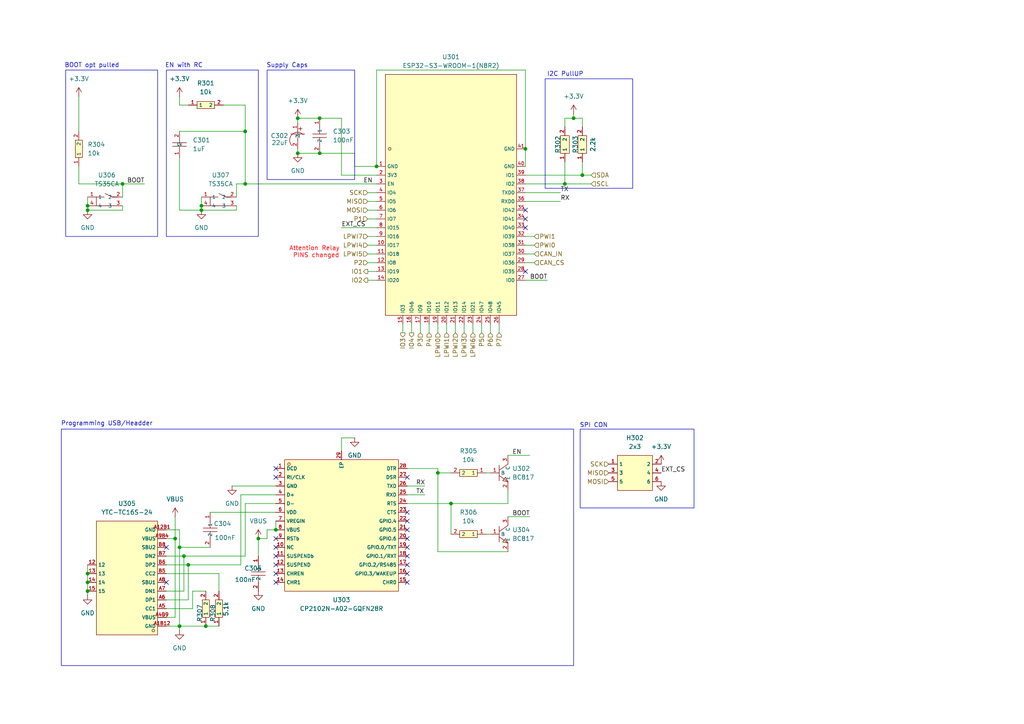
<source format=kicad_sch>
(kicad_sch (version 20231120) (generator "eeschema") (generator_version "8.0")
  (paper "A4")
  (lib_symbols
    (symbol "AC0603DR-072K2L:AC0603DR-072K2L"
      (property "Reference" "R" (at 0 1.27 0))
      (property "Value" "AC0603DR-072K2L" (at 0 -2.54 0))
      (symbol "AC0603DR-072K2L_0_1"
        (rectangle (start -2.54 1.27) (end 2.54 -1.27) (fill (type background)))
        (pin unspecified line (at -5.08 0 0) (length 2.54) (name "1") (number "1"))
        (pin unspecified line (at 5.08 0 180) (length 2.54) (name "2") (number "2"))
      )
    )
    (symbol "BC817K-16VL:BC817K-16VL"
      (property "Reference" "U" (at 0 1.27 0))
      (property "Value" "BC817K-16VL" (at 0 -2.54 0))
      (symbol "BC817K-16VL_0_1"
        (polyline (pts (xy 0 -0.762) (xy 2.54 -2.54)))
        (polyline (pts (xy 0 2.286) (xy 0 -2.286)))
        (polyline (pts (xy 2.54 2.54) (xy 2.54 2.54) (xy 0 0.762)))
        (polyline (pts (xy 2.54 -2.54) (xy 1.778 -1.27) (xy 1.016 -2.286) (xy 2.54 -2.54)) (fill (type background)))
        (pin input line (at -2.54 0 0) (length 2.54) (name "B") (number "1"))
        (pin input line (at 2.54 -5.08 90) (length 2.54) (name "E") (number "2"))
        (pin input line (at 2.54 5.08 270) (length 2.54) (name "C") (number "3"))
      )
    )
    (symbol "CC0603KRX7R9BB104:CC0603KRX7R9BB104"
      (property "Reference" "C" (at 0 1.27 0))
      (property "Value" "CC0603KRX7R9BB104" (at 0 -2.54 0))
      (symbol "CC0603KRX7R9BB104_0_1"
        (polyline (pts (xy -0.508 -2.032) (xy -0.508 2.032)))
        (polyline (pts (xy -0.508 0) (xy -2.54 0)))
        (polyline (pts (xy 0.508 2.032) (xy 0.508 -2.032)))
        (polyline (pts (xy 2.54 0) (xy 0.508 0)))
        (pin unspecified line (at -5.08 0 0) (length 2.54) (name "1") (number "1"))
        (pin unspecified line (at 5.08 0 180) (length 2.54) (name "2") (number "2"))
      )
    )
    (symbol "CL21B105KBFNNNE:CL21B105KBFNNNE"
      (property "Reference" "C" (at 0 1.27 0))
      (property "Value" "CL21B105KBFNNNE" (at 0 -2.54 0))
      (symbol "CL21B105KBFNNNE_0_1"
        (polyline (pts (xy -1.27 0) (xy -0.508 0)))
        (polyline (pts (xy -0.508 2.032) (xy -0.508 -2.032)))
        (polyline (pts (xy 0.508 0) (xy 1.27 0)))
        (polyline (pts (xy 0.508 2.032) (xy 0.508 -2.032)))
        (pin input line (at -3.81 0 0) (length 2.54) (name "1") (number "1"))
        (pin input line (at 3.81 0 180) (length 2.54) (name "2") (number "2"))
      )
    )
    (symbol "CP2102N-A02-GQFN28R:CP2102N-A02-GQFN28R"
      (property "Reference" "U" (at 0 1.27 0))
      (property "Value" "CP2102N-A02-GQFN28R" (at 0 -2.54 0))
      (symbol "CP2102N-A02-GQFN28R_0_1"
        (rectangle (start -16.51 19.05) (end 16.51 -19.05) (fill (type background)))
        (circle (center -15.24 17.78) (radius 0.381) (fill (type background)))
        (pin unspecified line (at -19.05 16.51 0) (length 2.54) (name "DCD") (number "1"))
        (pin unspecified line (at -19.05 -6.35 0) (length 2.54) (name "NC") (number "10"))
        (pin unspecified line (at -19.05 -8.89 0) (length 2.54) (name "SUSPENDb") (number "11"))
        (pin unspecified line (at -19.05 -11.43 0) (length 2.54) (name "SUSPEND") (number "12"))
        (pin unspecified line (at -19.05 -13.97 0) (length 2.54) (name "CHREN") (number "13"))
        (pin unspecified line (at -19.05 -16.51 0) (length 2.54) (name "CHR1") (number "14"))
        (pin unspecified line (at 19.05 -16.51 180) (length 2.54) (name "CHR0") (number "15"))
        (pin unspecified line (at 19.05 -13.97 180) (length 2.54) (name "GPIO.3/WAKEUP") (number "16"))
        (pin unspecified line (at 19.05 -11.43 180) (length 2.54) (name "GPIO.2/RS485") (number "17"))
        (pin unspecified line (at 19.05 -8.89 180) (length 2.54) (name "GPIO.1/RXT") (number "18"))
        (pin unspecified line (at 19.05 -6.35 180) (length 2.54) (name "GPIO.0/TXT") (number "19"))
        (pin unspecified line (at -19.05 13.97 0) (length 2.54) (name "RI/CLK") (number "2"))
        (pin unspecified line (at 19.05 -3.81 180) (length 2.54) (name "GPIO.6") (number "20"))
        (pin unspecified line (at 19.05 -1.27 180) (length 2.54) (name "GPIO.5") (number "21"))
        (pin unspecified line (at 19.05 1.27 180) (length 2.54) (name "GPIO.4") (number "22"))
        (pin unspecified line (at 19.05 3.81 180) (length 2.54) (name "CTS") (number "23"))
        (pin unspecified line (at 19.05 6.35 180) (length 2.54) (name "RTS") (number "24"))
        (pin unspecified line (at 19.05 8.89 180) (length 2.54) (name "RXD") (number "25"))
        (pin unspecified line (at 19.05 11.43 180) (length 2.54) (name "TXD") (number "26"))
        (pin unspecified line (at 19.05 13.97 180) (length 2.54) (name "DSR") (number "27"))
        (pin unspecified line (at 19.05 16.51 180) (length 2.54) (name "DTR") (number "28"))
        (pin unspecified line (at 0 21.59 270) (length 2.54) (name "EP") (number "29"))
        (pin unspecified line (at -19.05 11.43 0) (length 2.54) (name "GND") (number "3"))
        (pin unspecified line (at -19.05 8.89 0) (length 2.54) (name "D+") (number "4"))
        (pin unspecified line (at -19.05 6.35 0) (length 2.54) (name "D-") (number "5"))
        (pin unspecified line (at -19.05 3.81 0) (length 2.54) (name "VDD") (number "6"))
        (pin unspecified line (at -19.05 1.27 0) (length 2.54) (name "VREGIN") (number "7"))
        (pin unspecified line (at -19.05 -1.27 0) (length 2.54) (name "VBUS") (number "8"))
        (pin unspecified line (at -19.05 -3.81 0) (length 2.54) (name "RSTb") (number "9"))
      )
    )
    (symbol "ESP32-S3-WROOM-1(N8R2):ESP32-S3-WROOM-1(N8R2)"
      (property "Reference" "U" (at 0 1.27 0))
      (property "Value" "ESP32-S3-WROOM-1(N8R2)" (at 0 -2.54 0))
      (symbol "ESP32-S3-WROOM-1(N8R2)_0_1"
        (rectangle (start -20.32 36.8301) (end 17.78 -33.0201) (fill (type background)))
        (circle (center -19.05 15.24) (radius 0.381) (fill (type background)))
        (pin unspecified line (at -22.86 10.16 0) (length 2.54) (name "GND") (number "1"))
        (pin unspecified line (at -22.86 -12.7 0) (length 2.54) (name "IO17") (number "10"))
        (pin unspecified line (at -22.86 -15.24 0) (length 2.54) (name "IO18") (number "11"))
        (pin unspecified line (at -22.86 -17.78 0) (length 2.54) (name "IO8") (number "12"))
        (pin unspecified line (at -22.86 -20.32 0) (length 2.54) (name "IO19") (number "13"))
        (pin unspecified line (at -22.86 -22.86 0) (length 2.54) (name "IO20") (number "14"))
        (pin unspecified line (at -15.24 -35.56 90) (length 2.54) (name "IO3") (number "15"))
        (pin unspecified line (at -12.7 -35.56 90) (length 2.54) (name "IO46") (number "16"))
        (pin unspecified line (at -10.16 -35.56 90) (length 2.54) (name "IO9") (number "17"))
        (pin unspecified line (at -7.62 -35.56 90) (length 2.54) (name "IO10") (number "18"))
        (pin unspecified line (at -5.08 -35.56 90) (length 2.54) (name "IO11") (number "19"))
        (pin unspecified line (at -22.86 7.62 0) (length 2.54) (name "3V3") (number "2"))
        (pin unspecified line (at -2.54 -35.56 90) (length 2.54) (name "IO12") (number "20"))
        (pin unspecified line (at 0 -35.56 90) (length 2.54) (name "IO13") (number "21"))
        (pin unspecified line (at 2.54 -35.56 90) (length 2.54) (name "IO14") (number "22"))
        (pin unspecified line (at 5.08 -35.56 90) (length 2.54) (name "IO21") (number "23"))
        (pin unspecified line (at 7.62 -35.56 90) (length 2.54) (name "IO47") (number "24"))
        (pin unspecified line (at 10.16 -35.56 90) (length 2.54) (name "IO48") (number "25"))
        (pin unspecified line (at 12.7 -35.56 90) (length 2.54) (name "IO45") (number "26"))
        (pin unspecified line (at 20.32 -22.86 180) (length 2.54) (name "IO0") (number "27"))
        (pin unspecified line (at 20.32 -20.32 180) (length 2.54) (name "IO35") (number "28"))
        (pin unspecified line (at 20.32 -17.78 180) (length 2.54) (name "IO36") (number "29"))
        (pin unspecified line (at -22.86 5.08 0) (length 2.54) (name "EN") (number "3"))
        (pin unspecified line (at 20.32 -15.24 180) (length 2.54) (name "IO37") (number "30"))
        (pin unspecified line (at 20.32 -12.7 180) (length 2.54) (name "IO38") (number "31"))
        (pin unspecified line (at 20.32 -10.16 180) (length 2.54) (name "IO39") (number "32"))
        (pin unspecified line (at 20.32 -7.62 180) (length 2.54) (name "IO40") (number "33"))
        (pin unspecified line (at 20.32 -5.08 180) (length 2.54) (name "IO41") (number "34"))
        (pin unspecified line (at 20.32 -2.54 180) (length 2.54) (name "IO42") (number "35"))
        (pin unspecified line (at 20.32 0 180) (length 2.54) (name "RXD0") (number "36"))
        (pin unspecified line (at 20.32 2.54 180) (length 2.54) (name "TXD0") (number "37"))
        (pin unspecified line (at 20.32 5.08 180) (length 2.54) (name "IO2") (number "38"))
        (pin unspecified line (at 20.32 7.62 180) (length 2.54) (name "IO1") (number "39"))
        (pin unspecified line (at -22.86 2.54 0) (length 2.54) (name "IO4") (number "4"))
        (pin unspecified line (at 20.32 10.16 180) (length 2.54) (name "GND") (number "40"))
        (pin unspecified line (at 20.32 15.24 180) (length 2.54) (name "GND") (number "41"))
        (pin unspecified line (at -22.86 0 0) (length 2.54) (name "IO5") (number "5"))
        (pin unspecified line (at -22.86 -2.54 0) (length 2.54) (name "IO6") (number "6"))
        (pin unspecified line (at -22.86 -5.08 0) (length 2.54) (name "IO7") (number "7"))
        (pin unspecified line (at -22.86 -7.62 0) (length 2.54) (name "IO15") (number "8"))
        (pin unspecified line (at -22.86 -10.16 0) (length 2.54) (name "IO16") (number "9"))
      )
    )
    (symbol "Header-Male-2_54_2x3:Header-Male-2_54_2x3"
      (property "Reference" "H" (at 0 1.27 0))
      (property "Value" "Header-Male-2_54_2x3" (at 0 -2.54 0))
      (symbol "Header-Male-2_54_2x3_0_1"
        (rectangle (start -5.08 5.08) (end 5.08 -5.08) (fill (type background)))
        (pin input line (at -7.62 2.54 0) (length 2.54) (name "1") (number "1"))
        (pin input line (at 7.62 2.54 180) (length 2.54) (name "2") (number "2"))
        (pin input line (at -7.62 0 0) (length 2.54) (name "3") (number "3"))
        (pin input line (at 7.62 0 180) (length 2.54) (name "4") (number "4"))
        (pin input line (at -7.62 -2.54 0) (length 2.54) (name "5") (number "5"))
        (pin input line (at 7.62 -2.54 180) (length 2.54) (name "6") (number "6"))
      )
    )
    (symbol "RC0603FR-0710KL:RC0603FR-0710KL"
      (property "Reference" "R" (at 0 1.27 0))
      (property "Value" "RC0603FR-0710KL" (at 0 -2.54 0))
      (symbol "RC0603FR-0710KL_0_1"
        (rectangle (start -2.54 1.016) (end 2.54 -1.016) (fill (type background)))
        (pin input line (at -5.08 0 0) (length 2.54) (name "1") (number "1"))
        (pin input line (at 5.08 0 180) (length 2.54) (name "2") (number "2"))
      )
    )
    (symbol "RN73H1JTTD5101B25:RN73H1JTTD5101B25"
      (property "Reference" "R" (at 0 1.27 0))
      (property "Value" "RN73H1JTTD5101B25" (at 0 -2.54 0))
      (symbol "RN73H1JTTD5101B25_0_1"
        (rectangle (start -2.54 1.016) (end 2.54 -1.016) (fill (type background)))
        (pin unspecified line (at -5.08 0 0) (length 2.54) (name "1") (number "1"))
        (pin unspecified line (at 5.08 0 180) (length 2.54) (name "2") (number "2"))
      )
    )
    (symbol "RVE1C220M0405:RVE1C220M0405"
      (property "Reference" "C" (at 0 1.27 0))
      (property "Value" "RVE1C220M0405" (at 0 -2.54 0))
      (symbol "RVE1C220M0405_0_1"
        (arc (start -0.3244 1.5819) (mid -0.376 -1.6503) (end 2.8565 -1.7023))
        (polyline (pts (xy -2.54 0.762) (xy -1.524 0.762)))
        (polyline (pts (xy -2.032 1.27) (xy -2.032 0.254)))
        (polyline (pts (xy -1.27 0) (xy -0.508 0)))
        (polyline (pts (xy -0.508 2.032) (xy -0.508 -2.032)))
        (polyline (pts (xy 0.508 0) (xy 1.27 0)))
        (pin input line (at -3.81 0 0) (length 2.54) (name "1") (number "1"))
        (pin input line (at 3.81 0 180) (length 2.54) (name "2") (number "2"))
      )
    )
    (symbol "TS35CA:TS35CA"
      (property "Reference" "U" (at 0 1.27 0))
      (property "Value" "TS35CA" (at 0 -2.54 0))
      (symbol "TS35CA_0_1"
        (polyline (pts (xy -2.54 -2.54) (xy 2.54 -2.54)))
        (polyline (pts (xy 2.032 0) (xy 2.54 0)))
        (polyline (pts (xy 3.556 0) (xy 2.032 0) (xy 0 1.016)))
        (polyline (pts (xy -2.54 0) (xy -2.54 -2.54) (xy -2.54 0) (xy -0.254 0)))
        (pin unspecified line (at -5.08 0 0) (length 2.54) (name "1") (number "1"))
        (pin unspecified line (at 5.08 0 180) (length 2.54) (name "2") (number "2"))
        (pin unspecified line (at 5.08 -2.54 180) (length 2.54) (name "3") (number "3"))
        (pin unspecified line (at -5.08 -2.54 0) (length 2.54) (name "4") (number "4"))
      )
    )
    (symbol "YTC-TC16S-24:YTC-TC16S-24"
      (property "Reference" "U" (at 0 1.27 0))
      (property "Value" "YTC-TC16S-24" (at 0 -2.54 0))
      (symbol "YTC-TC16S-24_0_1"
        (rectangle (start -8.89 16.51) (end 8.89 -16.51) (fill (type background)))
        (circle (center -7.62 15.24) (radius 0.381) (fill (type background)))
        (pin unspecified line (at 11.43 -3.81 180) (length 2.54) (name "12") (number "12"))
        (pin unspecified line (at 11.43 -1.27 180) (length 2.54) (name "13") (number "13"))
        (pin unspecified line (at 11.43 1.27 180) (length 2.54) (name "14") (number "14"))
        (pin unspecified line (at 11.43 3.81 180) (length 2.54) (name "15") (number "15"))
        (pin unspecified line (at -11.43 -13.97 0) (length 2.54) (name "GND") (number "A12B1"))
        (pin unspecified line (at -11.43 13.97 0) (length 2.54) (name "GND") (number "A1B12"))
        (pin unspecified line (at -11.43 11.43 0) (length 2.54) (name "VBUS") (number "A4B9"))
        (pin unspecified line (at -11.43 8.89 0) (length 2.54) (name "CC1") (number "A5"))
        (pin unspecified line (at -11.43 6.35 0) (length 2.54) (name "DP1") (number "A6"))
        (pin unspecified line (at -11.43 3.81 0) (length 2.54) (name "DN1") (number "A7"))
        (pin unspecified line (at -11.43 1.27 0) (length 2.54) (name "SBU1") (number "A8"))
        (pin unspecified line (at -11.43 -11.43 0) (length 2.54) (name "VBUS") (number "A9B4"))
        (pin unspecified line (at -11.43 -1.27 0) (length 2.54) (name "CC2") (number "B5"))
        (pin unspecified line (at -11.43 -3.81 0) (length 2.54) (name "DP2") (number "B6"))
        (pin unspecified line (at -11.43 -6.35 0) (length 2.54) (name "DN2") (number "B7"))
        (pin unspecified line (at -11.43 -8.89 0) (length 2.54) (name "SBU2") (number "B8"))
      )
    )
    (symbol "power:+3.3V" (power) (pin_numbers hide) (pin_names (offset 0) hide)
      (property "Value" "+3.3V" (at 0 3.556 0))
      (symbol "+3.3V_0_1"
        (polyline (pts (xy -0.762 1.27) (xy 0 2.54)))
        (polyline (pts (xy 0 0) (xy 0 2.54)))
        (polyline (pts (xy 0 2.54) (xy 0.762 1.27)))
      )
      (symbol "+3.3V_1_1"
        (pin power_in line (at 0 0 90) (length 0) (name "~") (number "1"))
      )
    )
    (symbol "power:GND" (power) (pin_numbers hide) (pin_names (offset 0) hide)
      (property "Value" "GND" (at 0 -3.81 0))
      (symbol "GND_0_1"
        (polyline (pts (xy 0 0) (xy 0 -1.27) (xy 1.27 -1.27) (xy 0 -2.54) (xy -1.27 -1.27) (xy 0 -1.27)))
      )
      (symbol "GND_1_1"
        (pin power_in line (at 0 0 270) (length 0) (name "~") (number "1"))
      )
    )
    (symbol "power:VBUS" (power) (pin_numbers hide) (pin_names (offset 0) hide)
      (property "Value" "VBUS" (at 0 3.556 0))
      (symbol "VBUS_0_1"
        (polyline (pts (xy -0.762 1.27) (xy 0 2.54)))
        (polyline (pts (xy 0 0) (xy 0 2.54)))
        (polyline (pts (xy 0 2.54) (xy 0.762 1.27)))
      )
      (symbol "VBUS_1_1"
        (pin power_in line (at 0 0 90) (length 0) (name "~") (number "1"))
      )
    )
  )
  (junction (at 50.8 156.21))
  (junction (at 25.4 168.91))
  (junction (at 168.91 50.8))
  (junction (at 58.42 60.96))
  (junction (at 86.36 34.29))
  (junction (at 71.12 53.34))
  (junction (at 80.01 153.67))
  (junction (at 71.12 38.1))
  (junction (at 127 137.16))
  (junction (at 25.4 171.45))
  (junction (at 25.4 166.37))
  (junction (at 166.37 34.29))
  (junction (at 54.61 163.83))
  (junction (at 163.83 53.34))
  (junction (at 52.07 181.61))
  (junction (at 53.34 161.29))
  (junction (at 130.81 146.05))
  (junction (at 25.4 59.69))
  (junction (at 58.42 59.69))
  (junction (at 74.93 156.21))
  (junction (at 92.71 44.45))
  (junction (at 152.4 43.18))
  (junction (at 35.56 53.34))
  (junction (at 59.69 181.61))
  (junction (at 86.36 44.45))
  (junction (at 109.22 48.26))
  (junction (at 92.71 34.29))
  (junction (at 25.4 60.96))
  (junction (at 52.07 158.75))
  (no_connect (at 152.4 66.04))
  (no_connect (at 48.26 168.91))
  (no_connect (at 80.01 163.83))
  (no_connect (at 152.4 63.5))
  (no_connect (at 118.11 166.37))
  (no_connect (at 118.11 161.29))
  (no_connect (at 80.01 168.91))
  (no_connect (at 80.01 135.89))
  (no_connect (at 118.11 148.59))
  (no_connect (at 80.01 158.75))
  (no_connect (at 118.11 153.67))
  (no_connect (at 80.01 138.43))
  (no_connect (at 118.11 156.21))
  (no_connect (at 152.4 78.74))
  (no_connect (at 48.26 158.75))
  (no_connect (at 80.01 166.37))
  (no_connect (at 152.4 60.96))
  (no_connect (at 118.11 158.75))
  (no_connect (at 80.01 161.29))
  (no_connect (at 118.11 151.13))
  (no_connect (at 118.11 138.43))
  (no_connect (at 118.11 168.91))
  (no_connect (at 80.01 156.21))
  (no_connect (at 118.11 163.83))
  (wire (pts (xy 127 93.98) (xy 127 96.52)))
  (wire (pts (xy 22.86 53.34) (xy 35.56 53.34)))
  (wire (pts (xy 68.58 53.34) (xy 71.12 53.34)))
  (wire (pts (xy 35.56 60.96) (xy 35.56 59.69)))
  (wire (pts (xy 102.87 127) (xy 99.06 127)))
  (wire (pts (xy 22.86 48.26) (xy 22.86 53.34)))
  (wire (pts (xy 127 135.89) (xy 127 137.16)))
  (wire (pts (xy 118.11 143.51) (xy 123.19 143.51)))
  (wire (pts (xy 86.36 34.29) (xy 92.71 34.29)))
  (wire (pts (xy 25.4 60.96) (xy 35.56 60.96)))
  (wire (pts (xy 74.93 161.29) (xy 74.93 156.21)))
  (wire (pts (xy 71.12 53.34) (xy 109.22 53.34)))
  (wire (pts (xy 35.56 53.34) (xy 35.56 57.15)))
  (wire (pts (xy 50.8 149.86) (xy 50.8 156.21)))
  (wire (pts (xy 80.01 143.51) (xy 69.85 143.51)))
  (wire (pts (xy 92.71 44.45) (xy 102.87 44.45)))
  (wire (pts (xy 54.61 173.99) (xy 48.26 173.99)))
  (wire (pts (xy 92.71 44.45) (xy 86.36 44.45)))
  (wire (pts (xy 166.37 34.29) (xy 168.91 34.29)))
  (wire (pts (xy 152.4 43.18) (xy 152.4 48.26)))
  (wire (pts (xy 48.26 181.61) (xy 52.07 181.61)))
  (wire (pts (xy 99.06 66.04) (xy 109.22 66.04)))
  (wire (pts (xy 102.87 48.26) (xy 109.22 48.26)))
  (wire (pts (xy 25.4 166.37) (xy 25.4 168.91)))
  (wire (pts (xy 147.32 132.08) (xy 153.67 132.08)))
  (wire (pts (xy 68.58 60.96) (xy 68.58 59.69)))
  (wire (pts (xy 119.38 96.52) (xy 119.38 93.98)))
  (wire (pts (xy 152.4 20.32) (xy 109.22 20.32)))
  (wire (pts (xy 54.61 163.83) (xy 54.61 173.99)))
  (wire (pts (xy 48.26 166.37) (xy 63.5 166.37)))
  (wire (pts (xy 139.7 93.98) (xy 139.7 96.52)))
  (wire (pts (xy 134.62 93.98) (xy 134.62 96.52)))
  (wire (pts (xy 99.06 34.29) (xy 99.06 50.8)))
  (wire (pts (xy 35.56 53.34) (xy 41.91 53.34)))
  (wire (pts (xy 55.88 171.45) (xy 55.88 176.53)))
  (wire (pts (xy 50.8 156.21) (xy 50.8 179.07)))
  (wire (pts (xy 129.54 93.98) (xy 129.54 96.52)))
  (wire (pts (xy 86.36 34.29) (xy 86.36 35.56)))
  (wire (pts (xy 86.36 43.18) (xy 86.36 44.45)))
  (wire (pts (xy 99.06 50.8) (xy 109.22 50.8)))
  (wire (pts (xy 48.26 161.29) (xy 53.34 161.29)))
  (wire (pts (xy 54.61 163.83) (xy 69.85 163.83)))
  (wire (pts (xy 25.4 59.69) (xy 25.4 60.96)))
  (wire (pts (xy 168.91 34.29) (xy 168.91 36.83)))
  (wire (pts (xy 171.45 53.34) (xy 163.83 53.34)))
  (wire (pts (xy 60.96 148.59) (xy 80.01 148.59)))
  (wire (pts (xy 163.83 34.29) (xy 166.37 34.29)))
  (wire (pts (xy 137.16 93.98) (xy 137.16 96.52)))
  (wire (pts (xy 106.68 68.58) (xy 109.22 68.58)))
  (wire (pts (xy 127 137.16) (xy 127 160.02)))
  (wire (pts (xy 166.37 33.02) (xy 166.37 34.29)))
  (wire (pts (xy 118.11 146.05) (xy 130.81 146.05)))
  (wire (pts (xy 152.4 68.58) (xy 154.94 68.58)))
  (wire (pts (xy 77.47 156.21) (xy 77.47 153.67)))
  (wire (pts (xy 147.32 149.86) (xy 153.67 149.86)))
  (wire (pts (xy 68.58 53.34) (xy 68.58 57.15)))
  (wire (pts (xy 106.68 73.66) (xy 109.22 73.66)))
  (wire (pts (xy 142.24 93.98) (xy 142.24 96.52)))
  (wire (pts (xy 144.78 93.98) (xy 144.78 96.52)))
  (wire (pts (xy 74.93 156.21) (xy 77.47 156.21)))
  (wire (pts (xy 121.92 96.52) (xy 121.92 93.98)))
  (wire (pts (xy 99.06 127) (xy 99.06 130.81)))
  (wire (pts (xy 127 160.02) (xy 147.32 160.02)))
  (wire (pts (xy 152.4 55.88) (xy 162.56 55.88)))
  (wire (pts (xy 58.42 57.15) (xy 58.42 59.69)))
  (wire (pts (xy 25.4 57.15) (xy 25.4 59.69)))
  (wire (pts (xy 132.08 93.98) (xy 132.08 96.52)))
  (wire (pts (xy 147.32 146.05) (xy 147.32 142.24)))
  (wire (pts (xy 67.31 140.97) (xy 80.01 140.97)))
  (wire (pts (xy 106.68 60.96) (xy 109.22 60.96)))
  (wire (pts (xy 71.12 161.29) (xy 71.12 146.05)))
  (wire (pts (xy 152.4 76.2) (xy 154.94 76.2)))
  (wire (pts (xy 163.83 46.99) (xy 163.83 53.34)))
  (wire (pts (xy 80.01 151.13) (xy 80.01 153.67)))
  (wire (pts (xy 116.84 96.52) (xy 116.84 93.98)))
  (wire (pts (xy 55.88 176.53) (xy 48.26 176.53)))
  (wire (pts (xy 106.68 78.74) (xy 109.22 78.74)))
  (wire (pts (xy 152.4 58.42) (xy 162.56 58.42)))
  (wire (pts (xy 48.26 179.07) (xy 50.8 179.07)))
  (wire (pts (xy 152.4 81.28) (xy 158.75 81.28)))
  (wire (pts (xy 52.07 181.61) (xy 59.69 181.61)))
  (wire (pts (xy 140.97 137.16) (xy 142.24 137.16)))
  (wire (pts (xy 130.81 154.94) (xy 130.81 146.05)))
  (wire (pts (xy 52.07 181.61) (xy 52.07 182.88)))
  (wire (pts (xy 92.71 34.29) (xy 99.06 34.29)))
  (wire (pts (xy 106.68 63.5) (xy 109.22 63.5)))
  (wire (pts (xy 22.86 27.94) (xy 22.86 38.1)))
  (wire (pts (xy 59.69 181.61) (xy 63.5 181.61)))
  (wire (pts (xy 118.11 140.97) (xy 123.19 140.97)))
  (wire (pts (xy 48.26 156.21) (xy 50.8 156.21)))
  (wire (pts (xy 130.81 137.16) (xy 127 137.16)))
  (wire (pts (xy 106.68 71.12) (xy 109.22 71.12)))
  (wire (pts (xy 58.42 59.69) (xy 58.42 60.96)))
  (wire (pts (xy 71.12 38.1) (xy 71.12 53.34)))
  (wire (pts (xy 152.4 73.66) (xy 154.94 73.66)))
  (wire (pts (xy 102.87 44.45) (xy 102.87 48.26)))
  (wire (pts (xy 25.4 163.83) (xy 25.4 166.37)))
  (wire (pts (xy 106.68 81.28) (xy 109.22 81.28)))
  (wire (pts (xy 52.07 158.75) (xy 52.07 181.61)))
  (wire (pts (xy 106.68 55.88) (xy 109.22 55.88)))
  (wire (pts (xy 48.26 163.83) (xy 54.61 163.83)))
  (wire (pts (xy 71.12 146.05) (xy 80.01 146.05)))
  (wire (pts (xy 168.91 50.8) (xy 152.4 50.8)))
  (wire (pts (xy 52.07 27.94) (xy 52.07 30.48)))
  (wire (pts (xy 64.77 30.48) (xy 71.12 30.48)))
  (wire (pts (xy 106.68 76.2) (xy 109.22 76.2)))
  (wire (pts (xy 52.07 153.67) (xy 52.07 158.75)))
  (wire (pts (xy 69.85 143.51) (xy 69.85 163.83)))
  (wire (pts (xy 53.34 161.29) (xy 71.12 161.29)))
  (wire (pts (xy 48.26 153.67) (xy 52.07 153.67)))
  (wire (pts (xy 53.34 171.45) (xy 53.34 161.29)))
  (wire (pts (xy 106.68 58.42) (xy 109.22 58.42)))
  (wire (pts (xy 52.07 45.72) (xy 52.07 60.96)))
  (wire (pts (xy 168.91 46.99) (xy 168.91 50.8)))
  (wire (pts (xy 163.83 53.34) (xy 152.4 53.34)))
  (wire (pts (xy 154.94 71.12) (xy 152.4 71.12)))
  (wire (pts (xy 118.11 135.89) (xy 127 135.89)))
  (wire (pts (xy 52.07 30.48) (xy 54.61 30.48)))
  (wire (pts (xy 58.42 60.96) (xy 68.58 60.96)))
  (wire (pts (xy 140.97 154.94) (xy 142.24 154.94)))
  (wire (pts (xy 63.5 171.45) (xy 63.5 166.37)))
  (wire (pts (xy 124.46 93.98) (xy 124.46 96.52)))
  (wire (pts (xy 71.12 30.48) (xy 71.12 38.1)))
  (wire (pts (xy 48.26 171.45) (xy 53.34 171.45)))
  (wire (pts (xy 163.83 36.83) (xy 163.83 34.29)))
  (wire (pts (xy 52.07 38.1) (xy 71.12 38.1)))
  (wire (pts (xy 25.4 171.45) (xy 25.4 172.72)))
  (wire (pts (xy 77.47 153.67) (xy 80.01 153.67)))
  (wire (pts (xy 52.07 158.75) (xy 60.96 158.75)))
  (wire (pts (xy 130.81 146.05) (xy 147.32 146.05)))
  (wire (pts (xy 109.22 20.32) (xy 109.22 48.26)))
  (wire (pts (xy 171.45 50.8) (xy 168.91 50.8)))
  (wire (pts (xy 59.69 171.45) (xy 55.88 171.45)))
  (wire (pts (xy 152.4 43.18) (xy 152.4 20.32)))
  (wire (pts (xy 25.4 168.91) (xy 25.4 171.45)))
  (wire (pts (xy 52.07 60.96) (xy 58.42 60.96)))
  (rectangle (start 77.47 20.32) (end 102.87 52.07))
  (rectangle (start 48.26 20.32) (end 74.93 68.58))
  (rectangle (start 17.78 124.46) (end 166.37 193.04))
  (rectangle (start 158.115 22.86) (end 183.515 54.61))
  (rectangle (start 19.05 20.32) (end 45.72 68.58))
  (rectangle (start 168.275 124.46) (end 201.295 147.32))
  (text "EN with RC \n" (at 53.848 19.05 0) (effects (font (size 1.27 1.27))))
  (text "Programming USB/Headder\n" (at 30.988 122.936 0) (effects (font (size 1.27 1.27))))
  (text "I2C PullUP" (at 163.957 21.59 0) (effects (font (size 1.27 1.27))))
  (text "Supply Caps\n" (at 83.312 19.05 0) (effects (font (size 1.27 1.27))))
  (text "SPI CON" (at 172.212 123.444 0) (effects (font (size 1.27 1.27))))
  (text "Attention Relay \nPINS changed" (at 91.694 73.152 0) (effects (font (size 1.27 1.27))))
  (text "BOOT opt pulled\n \n" (at 26.67 20.066 0) (effects (font (size 1.27 1.27))))
  (label "EN" (at 148.59 132.08 0))
  (label "RX" (at 162.56 58.42 0))
  (label "BOOT" (at 153.67 81.28 0))
  (label "TX" (at 120.65 143.51 0))
  (label "EXT_CS" (at 191.77 137.16 0))
  (label "BOOT" (at 148.59 149.86 0))
  (label "TX" (at 162.56 55.88 0))
  (label "BOOT" (at 36.83 53.34 0))
  (label "RX" (at 120.65 140.97 0))
  (label "EXT_CS" (at 99.06 66.04 0))
  (label "EN" (at 105.41 53.34 0))
  (hierarchical_label "LPWI1" (shape input) (at 129.54 96.52 270))
  (hierarchical_label "SDA" (shape input) (at 171.45 50.8 0))
  (hierarchical_label "LPWI0" (shape input) (at 127 96.52 270))
  (hierarchical_label "LPWI4" (shape input) (at 106.68 71.12 180))
  (hierarchical_label "MOSI" (shape input) (at 176.53 139.7 180))
  (hierarchical_label "LPWI6" (shape input) (at 137.16 96.52 270))
  (hierarchical_label "CAN_IN" (shape input) (at 154.94 73.66 0))
  (hierarchical_label "P5" (shape input) (at 139.7 96.52 270))
  (hierarchical_label "P7" (shape input) (at 144.78 96.52 270))
  (hierarchical_label "SCK" (shape input) (at 106.68 55.88 180))
  (hierarchical_label "LPWI3" (shape input) (at 134.62 96.52 270))
  (hierarchical_label "P6" (shape input) (at 142.24 96.52 270))
  (hierarchical_label "IO1" (shape output) (at 106.68 78.74 180))
  (hierarchical_label "SCL" (shape input) (at 171.45 53.34 0))
  (hierarchical_label "PWI1" (shape input) (at 154.94 68.58 0))
  (hierarchical_label "LPWI7" (shape input) (at 106.68 68.58 180))
  (hierarchical_label "P4" (shape input) (at 124.46 96.52 270))
  (hierarchical_label "PWI0" (shape input) (at 154.94 71.12 0))
  (hierarchical_label "IO4" (shape output) (at 119.38 96.52 270))
  (hierarchical_label "SCK" (shape input) (at 176.53 134.62 180))
  (hierarchical_label "IO3" (shape output) (at 116.84 96.52 270))
  (hierarchical_label "LPWI2" (shape input) (at 132.08 96.52 270))
  (hierarchical_label "MISO" (shape input) (at 106.68 58.42 180))
  (hierarchical_label "MOSI" (shape input) (at 106.68 60.96 180))
  (hierarchical_label "P3" (shape input) (at 121.92 96.52 270))
  (hierarchical_label "P2" (shape input) (at 106.68 76.2 180))
  (hierarchical_label "CAN_CS" (shape input) (at 154.94 76.2 0))
  (hierarchical_label "LPWI5" (shape input) (at 106.68 73.66 180))
  (hierarchical_label "P1" (shape input) (at 106.68 63.5 180))
  (hierarchical_label "IO2" (shape output) (at 106.68 81.28 180))
  (hierarchical_label "MISO" (shape input) (at 176.53 137.16 180))
  (symbol (lib_id "power:GND") (at 86.36 44.45 0) (unit 1)
    (property "Reference" "#PWR0305" (effects (hide yes)))
    (property "Value" "GND" (at 86.36 49.53 0))
    (property "Description" "Power symbol creates a global label with name \"GND\" , ground" (effects (hide yes)))
  )
  (symbol (lib_id "power:GND") (at 52.07 182.88 0) (unit 1)
    (property "Reference" "#PWR0316" (effects (hide yes)))
    (property "Value" "GND" (at 52.07 187.96 0))
    (property "Description" "Power symbol creates a global label with name \"GND\" , ground" (effects (hide yes)))
  )
  (symbol (lib_id "RC0603FR-0710KL:RC0603FR-0710KL") (at 59.69 30.48 0) (unit 1)
    (property "Reference" "R301" (at 59.69 24.13 0))
    (property "Value" "10k" (at 59.69 26.67 0))
    (property "Footprint" "footprint:R0603" (effects (hide yes)))
    (property "Datasheet" "https://www.mouser.in/datasheet/2/447/PYu_RT_1_to_0_01_RoHS_L_11-1669912.pdf" (effects (hide yes)))
    (property "LCSC" "C98220" (effects (hide yes)))
  )
  (symbol (lib_id "power:+3.3V") (at 22.86 27.94 0) (unit 1)
    (property "Reference" "#PWR0301" (effects (hide yes)))
    (property "Value" "+3.3V" (at 22.86 22.86 0))
    (property "Description" "Power symbol creates a global label with name \"+3.3V\"" (effects (hide yes)))
  )
  (symbol (lib_id "power:GND") (at 67.31 140.97 0) (unit 1)
    (property "Reference" "#PWR0310" (effects (hide yes)))
    (property "Value" "GND" (at 67.31 146.05 0))
    (property "Description" "Power symbol creates a global label with name \"GND\" , ground" (effects (hide yes)))
  )
  (symbol (lib_id "RC0603FR-0710KL:RC0603FR-0710KL") (at 135.89 137.16 180) (unit 1)
    (property "Reference" "R305" (at 135.89 130.81 0))
    (property "Value" "10k" (at 135.89 133.35 0))
    (property "Footprint" "footprint:R0603" (effects (hide yes)))
    (property "Datasheet" "https://www.mouser.in/datasheet/2/447/PYu_RT_1_to_0_01_RoHS_L_11-1669912.pdf" (effects (hide yes)))
    (property "LCSC" "C98220" (effects (hide yes)))
  )
  (symbol (lib_id "TS35CA:TS35CA") (at 63.5 57.15 0) (unit 1)
    (property "Reference" "U307" (at 64.008 50.8 0))
    (property "Value" "TS35CA" (at 64.008 53.34 0))
    (property "Footprint" "footprint:KEY-SMD_TS35CA" (effects (hide yes)))
    (property "Datasheet" "https://item.szlcsc.com/404078.html" (effects (hide yes)))
    (property "LCSC" "C412366" (effects (hide yes)))
  )
  (symbol (lib_id "power:+3.3V") (at 52.07 27.94 0) (unit 1)
    (property "Reference" "#PWR0302" (effects (hide yes)))
    (property "Value" "+3.3V" (at 52.07 22.86 0))
    (property "Description" "Power symbol creates a global label with name \"+3.3V\"" (effects (hide yes)))
  )
  (symbol (lib_id "power:+3.3V") (at 86.36 34.29 0) (unit 1)
    (property "Reference" "#PWR0304" (effects (hide yes)))
    (property "Value" "+3.3V" (at 86.36 29.21 0))
    (property "Description" "Power symbol creates a global label with name \"+3.3V\"" (effects (hide yes)))
  )
  (symbol (lib_id "CP2102N-A02-GQFN28R:CP2102N-A02-GQFN28R") (at 99.06 152.4 0) (unit 1)
    (property "Reference" "U303" (at 99.06 173.99 0))
    (property "Value" "CP2102N-A02-GQFN28R" (at 99.06 176.53 0))
    (property "Footprint" "footprint:QFN-28_L5.0-W5.0-P0.50-TL-EP3.3" (effects (hide yes)))
    (property "Datasheet" "https://item.szlcsc.com/245064.html" (effects (hide yes)))
    (property "LCSC" "C964632" (effects (hide yes)))
  )
  (symbol (lib_id "BC817K-16VL:BC817K-16VL") (at 144.78 137.16 0) (unit 1)
    (property "Reference" "U302" (at 148.59 135.8899 0) (effects (justify left)))
    (property "Value" "BC817" (at 148.59 138.4299 0) (effects (justify left)))
    (property "Footprint" "footprint:SOT-23-3_L2.9-W1.3-P1.90-LS2.4-BR" (effects (hide yes)))
    (property "Datasheet" "https://www.diodes.com/assets/Package-Files/SOT23.pdf" (effects (hide yes)))
    (property "LCSC" "C549442" (effects (hide yes)))
  )
  (symbol (lib_id "ESP32-S3-WROOM-1(N8R2):ESP32-S3-WROOM-1(N8R2)") (at 132.08 58.42 0) (unit 1)
    (property "Reference" "U301" (at 130.81 16.51 0))
    (property "Value" "ESP32-S3-WROOM-1(N8R2)" (at 130.81 19.05 0))
    (property "Footprint" "footprint:WIRELM-SMD_ESP32-S3-WROOM-1" (effects (hide yes)))
    (property "Datasheet" "https://www.mouser.cn/datasheet/2/891/Espressif_ESP32_S3_WROOM_1_1U_Preliminary-2530171.pdf" (effects (hide yes)))
    (property "LCSC" "C2913204" (effects (hide yes)))
  )
  (symbol (lib_id "CL21B105KBFNNNE:CL21B105KBFNNNE") (at 52.07 41.91 90) (unit 1)
    (property "Reference" "C301" (at 55.88 40.6399 90) (effects (justify right)))
    (property "Value" "1uF" (at 55.88 43.1799 90) (effects (justify right)))
    (property "Footprint" "footprint:C0805" (effects (hide yes)))
    (property "Datasheet" "https://item.szlcsc.com/373011.html" (effects (hide yes)))
    (property "LCSC" "C28323" (effects (hide yes)))
  )
  (symbol (lib_id "power:GND") (at 25.4 60.96 0) (unit 1)
    (property "Reference" "#PWR0306" (effects (hide yes)))
    (property "Value" "GND" (at 25.4 66.04 0))
    (property "Description" "Power symbol creates a global label with name \"GND\" , ground" (effects (hide yes)))
  )
  (symbol (lib_id "CC0603KRX7R9BB104:CC0603KRX7R9BB104") (at 74.93 166.37 270) (unit 1)
    (property "Reference" "C305" (at 70.866 164.846 90) (effects (justify left)))
    (property "Value" "100nF" (at 68.072 168.148 90) (effects (justify left)))
    (property "Footprint" "footprint:C0603" (effects (hide yes)))
    (property "Datasheet" "https://item.szlcsc.com/362304.html" (effects (hide yes)))
    (property "LCSC" "C14663" (effects (hide yes)))
  )
  (symbol (lib_id "power:GND") (at 102.87 127 0) (unit 1)
    (property "Reference" "#PWR0308" (effects (hide yes)))
    (property "Value" "GND" (at 102.87 132.08 0))
    (property "Description" "Power symbol creates a global label with name \"GND\" , ground" (effects (hide yes)))
  )
  (symbol (lib_id "power:GND") (at 74.93 171.45 0) (unit 1)
    (property "Reference" "#PWR0314" (effects (hide yes)))
    (property "Value" "GND" (at 74.93 176.53 0))
    (property "Description" "Power symbol creates a global label with name \"GND\" , ground" (effects (hide yes)))
  )
  (symbol (lib_id "BC817K-16VL:BC817K-16VL") (at 144.78 154.94 0) (unit 1)
    (property "Reference" "U304" (at 148.59 153.6699 0) (effects (justify left)))
    (property "Value" "BC817" (at 148.59 156.2099 0) (effects (justify left)))
    (property "Footprint" "footprint:SOT-23-3_L2.9-W1.3-P1.90-LS2.4-BR" (effects (hide yes)))
    (property "Datasheet" "https://www.diodes.com/assets/Package-Files/SOT23.pdf" (effects (hide yes)))
    (property "LCSC" "C549442" (effects (hide yes)))
  )
  (symbol (lib_id "YTC-TC16S-24:YTC-TC16S-24") (at 36.83 167.64 180) (unit 1)
    (property "Reference" "U305" (at 36.83 146.05 0))
    (property "Value" "YTC-TC16S-24" (at 36.83 148.59 0))
    (property "Footprint" "footprint:USB-C-SMD_YTC-TC16S-24" (effects (hide yes)))
    (property "Datasheet" "https://atta.szlcsc.com/upload/public/pdf/source/20211202/1C566B96B20A064D4B3B2AEC8C704FE6.pdf" (effects (hide yes)))
    (property "LCSC" "C2927291" (effects (hide yes)))
  )
  (symbol (lib_id "TS35CA:TS35CA") (at 30.48 57.15 0) (unit 1)
    (property "Reference" "U306" (at 30.988 50.8 0))
    (property "Value" "TS35CA" (at 30.988 53.34 0))
    (property "Footprint" "footprint:KEY-SMD_TS35CA" (effects (hide yes)))
    (property "Datasheet" "https://item.szlcsc.com/404078.html" (effects (hide yes)))
    (property "LCSC" "C412366" (effects (hide yes)))
  )
  (symbol (lib_id "power:GND") (at 58.42 60.96 0) (unit 1)
    (property "Reference" "#PWR0307" (effects (hide yes)))
    (property "Value" "GND" (at 58.42 66.04 0))
    (property "Description" "Power symbol creates a global label with name \"GND\" , ground" (effects (hide yes)))
  )
  (symbol (lib_id "RVE1C220M0405:RVE1C220M0405") (at 86.36 39.37 270) (unit 1)
    (property "Reference" "C302" (at 78.486 39.37 90) (effects (justify left)))
    (property "Value" "22uF" (at 78.74 41.402 90) (effects (justify left)))
    (property "Footprint" "footprint:CAP-SMD_BD4.0-L4.3-W4.3-LS5.1-FD" (effects (hide yes)))
    (property "Datasheet" "https://img.jlc.com//pdf/applyPasteComponent/2021-07-05/413437A/2e49783c03aa4d4fa4c98392c847ce48/HF32FV-G_cn.pdf" (effects (hide yes)))
    (property "LCSC" "C131114" (effects (hide yes)))
  )
  (symbol (lib_id "Header-Male-2_54_2x3:Header-Male-2_54_2x3") (at 184.15 137.16 0) (unit 1)
    (property "Reference" "H302" (at 184.15 127 0))
    (property "Value" "2x3" (at 184.15 129.54 0))
    (property "Footprint" "footprint:HDR-TH_6P-P2.54-V-M-R2-C3-S2.54-1" (effects (hide yes)))
    (property "Datasheet" "https://lcsc.com/product-detail/Female-Header_Made-in-China-Made-in-China-Made-in-China-Made-in-Cina-2-54mm-2x3-Female-header-Bagged-RoHS_C47552.html" (effects (hide yes)))
    (property "LCSC" "C65114" (effects (hide yes)))
  )
  (symbol (lib_id "power:VBUS") (at 50.8 149.86 0) (unit 1)
    (property "Reference" "#PWR0312" (effects (hide yes)))
    (property "Value" "VBUS" (at 50.8 144.78 0))
    (property "Description" "Power symbol creates a global label with name \"VBUS\"" (effects (hide yes)))
  )
  (symbol (lib_id "RN73H1JTTD5101B25:RN73H1JTTD5101B25") (at 63.5 176.53 90) (unit 1)
    (property "Reference" "R308" (at 61.722 175.26 0) (effects (justify right)))
    (property "Value" "5.1k" (at 65.5319 174.498 0) (effects (justify right)))
    (property "Footprint" "footprint:R0603" (effects (hide yes)))
    (property "Datasheet" "https://www.mouser.in/datasheet/2/447/PYu_RT_1_to_0_01_RoHS_L_11-1669912.pdf" (effects (hide yes)))
    (property "LCSC" "C186203" (effects (hide yes)))
  )
  (symbol (lib_id "AC0603DR-072K2L:AC0603DR-072K2L") (at 163.83 41.91 90) (unit 1)
    (property "Reference" "R302" (at 161.798 41.91 0))
    (property "Value" "2.2k" (at 171.958 41.91 0))
    (property "Footprint" "footprint:R0603" (effects (hide yes)))
    (property "Datasheet" "https://www.mouser.in/datasheet/2/447/PYu_RT_1_to_0_01_RoHS_L_11-1669912.pdf" (effects (hide yes)))
    (property "LCSC" "C227479" (effects (hide yes)))
  )
  (symbol (lib_id "RN73H1JTTD5101B25:RN73H1JTTD5101B25") (at 59.69 176.53 90) (unit 1)
    (property "Reference" "R307" (at 57.912 175.26 0) (effects (justify right)))
    (property "Value" "5.1k" (at 65.532 174.498 0) (effects (justify right)))
    (property "Footprint" "footprint:R0603" (effects (hide yes)))
    (property "Datasheet" "https://www.mouser.in/datasheet/2/447/PYu_RT_1_to_0_01_RoHS_L_11-1669912.pdf" (effects (hide yes)))
    (property "LCSC" "C186203" (effects (hide yes)))
  )
  (symbol (lib_id "RC0603FR-0710KL:RC0603FR-0710KL") (at 135.89 154.94 180) (unit 1)
    (property "Reference" "R306" (at 135.89 148.59 0))
    (property "Value" "10k" (at 135.89 151.13 0))
    (property "Footprint" "footprint:R0603" (effects (hide yes)))
    (property "Datasheet" "https://www.mouser.in/datasheet/2/447/PYu_RT_1_to_0_01_RoHS_L_11-1669912.pdf" (effects (hide yes)))
    (property "LCSC" "C98220" (effects (hide yes)))
  )
  (symbol (lib_id "AC0603DR-072K2L:AC0603DR-072K2L") (at 168.91 41.91 90) (unit 1)
    (property "Reference" "R303" (at 166.878 41.91 0))
    (property "Value" "2.2k" (at 171.958 41.91 0))
    (property "Footprint" "footprint:R0603" (effects (hide yes)))
    (property "Datasheet" "https://www.mouser.in/datasheet/2/447/PYu_RT_1_to_0_01_RoHS_L_11-1669912.pdf" (effects (hide yes)))
    (property "LCSC" "C227479" (effects (hide yes)))
  )
  (symbol (lib_id "power:GND") (at 25.4 172.72 0) (unit 1)
    (property "Reference" "#PWR0315" (effects (hide yes)))
    (property "Value" "GND" (at 25.4 177.8 0))
    (property "Description" "Power symbol creates a global label with name \"GND\" , ground" (effects (hide yes)))
  )
  (symbol (lib_id "CC0603KRX7R9BB104:CC0603KRX7R9BB104") (at 92.71 39.37 270) (unit 1)
    (property "Reference" "C303" (at 96.52 38.0999 90) (effects (justify left)))
    (property "Value" "100nF" (at 96.52 40.6399 90) (effects (justify left)))
    (property "Footprint" "footprint:C0603" (effects (hide yes)))
    (property "Datasheet" "https://item.szlcsc.com/362304.html" (effects (hide yes)))
    (property "LCSC" "C14663" (effects (hide yes)))
  )
  (symbol (lib_id "power:GND") (at 191.77 139.7 0) (unit 1)
    (property "Reference" "#PWR0318" (effects (hide yes)))
    (property "Value" "GND" (at 191.77 144.78 0))
    (property "Description" "Power symbol creates a global label with name \"GND\" , ground" (effects (hide yes)))
  )
  (symbol (lib_id "power:+3.3V") (at 191.77 134.62 0) (unit 1)
    (property "Reference" "#PWR0317" (effects (hide yes)))
    (property "Value" "+3.3V" (at 191.77 129.54 0))
    (property "Description" "Power symbol creates a global label with name \"+3.3V\"" (effects (hide yes)))
  )
  (symbol (lib_id "RC0603FR-0710KL:RC0603FR-0710KL") (at 22.86 43.18 90) (unit 1)
    (property "Reference" "R304" (at 25.4 41.9099 90) (effects (justify right)))
    (property "Value" "10k" (at 25.4 44.4499 90) (effects (justify right)))
    (property "Footprint" "footprint:R0603" (effects (hide yes)))
    (property "Datasheet" "https://www.mouser.in/datasheet/2/447/PYu_RT_1_to_0_01_RoHS_L_11-1669912.pdf" (effects (hide yes)))
    (property "LCSC" "C98220" (effects (hide yes)))
  )
  (symbol (lib_id "power:+3.3V") (at 166.37 33.02 0) (unit 1)
    (property "Reference" "#PWR0303" (effects (hide yes)))
    (property "Value" "+3.3V" (at 166.37 27.94 0))
    (property "Description" "Power symbol creates a global label with name \"+3.3V\"" (effects (hide yes)))
  )
  (symbol (lib_id "power:VBUS") (at 74.93 156.21 0) (unit 1)
    (property "Reference" "#PWR0313" (effects (hide yes)))
    (property "Value" "VBUS" (at 74.93 151.13 0))
    (property "Description" "Power symbol creates a global label with name \"VBUS\"" (effects (hide yes)))
  )
  (symbol (lib_id "CC0603KRX7R9BB104:CC0603KRX7R9BB104") (at 60.96 153.67 270) (unit 1)
    (property "Reference" "C304" (at 61.976 151.892 90) (effects (justify left)))
    (property "Value" "100nF" (at 62.23 155.956 90) (effects (justify left)))
    (property "Footprint" "footprint:C0603" (effects (hide yes)))
    (property "Datasheet" "https://item.szlcsc.com/362304.html" (effects (hide yes)))
    (property "LCSC" "C14663" (effects (hide yes)))
  )
)
</source>
